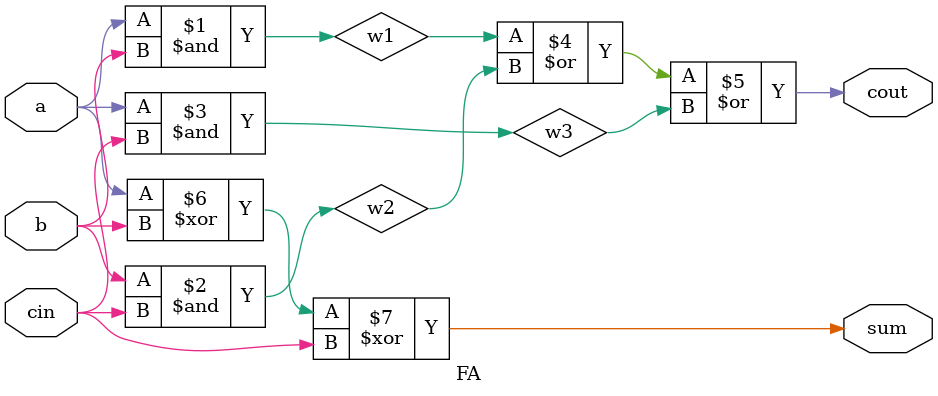
<source format=v>
module FA(
    input  a,
    input  b,
    input  cin, 
    output sum,
    output cout
);
	wire w1, w2, w3;
	// put your design here
	and(w1, a, b);
	and(w2, b, cin);
	and(w3, a, cin);
	or(cout, w1, w2, w3);
	xor(sum, a, b, cin);
	
endmodule
</source>
